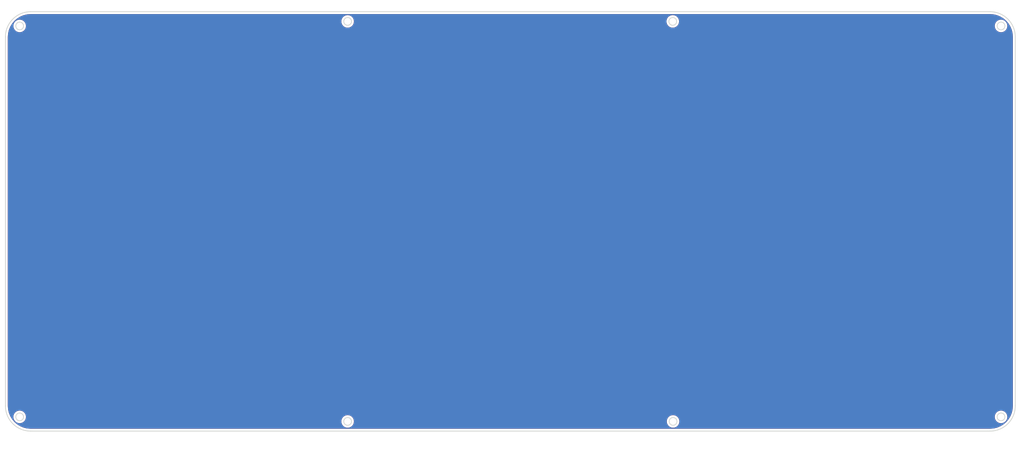
<source format=kicad_pcb>
(kicad_pcb (version 20171130) (host pcbnew 5.1.9+dfsg1-1)

  (general
    (thickness 1.6)
    (drawings 16)
    (tracks 0)
    (zones 0)
    (modules 0)
    (nets 1)
  )

  (page A4)
  (layers
    (0 F.Cu signal)
    (31 B.Cu signal)
    (32 B.Adhes user hide)
    (33 F.Adhes user hide)
    (34 B.Paste user hide)
    (35 F.Paste user hide)
    (36 B.SilkS user)
    (37 F.SilkS user)
    (38 B.Mask user)
    (39 F.Mask user)
    (40 Dwgs.User user hide)
    (41 Cmts.User user hide)
    (42 Eco1.User user hide)
    (43 Eco2.User user hide)
    (44 Edge.Cuts user)
    (45 Margin user hide)
    (46 B.CrtYd user hide)
    (47 F.CrtYd user hide)
    (48 B.Fab user hide)
    (49 F.Fab user hide)
  )

  (setup
    (last_trace_width 0.25)
    (trace_clearance 0.2)
    (zone_clearance 0.508)
    (zone_45_only no)
    (trace_min 0.2)
    (via_size 0.8)
    (via_drill 0.4)
    (via_min_size 0.4)
    (via_min_drill 0.3)
    (uvia_size 0.3)
    (uvia_drill 0.1)
    (uvias_allowed no)
    (uvia_min_size 0.2)
    (uvia_min_drill 0.1)
    (edge_width 0.05)
    (segment_width 0.2)
    (pcb_text_width 0.3)
    (pcb_text_size 1.5 1.5)
    (mod_edge_width 0.12)
    (mod_text_size 1 1)
    (mod_text_width 0.15)
    (pad_size 1.524 1.524)
    (pad_drill 0.762)
    (pad_to_mask_clearance 0)
    (aux_axis_origin 0 0)
    (visible_elements FFFFFF7F)
    (pcbplotparams
      (layerselection 0x010f0_ffffffff)
      (usegerberextensions false)
      (usegerberattributes true)
      (usegerberadvancedattributes true)
      (creategerberjobfile true)
      (excludeedgelayer true)
      (linewidth 0.100000)
      (plotframeref false)
      (viasonmask false)
      (mode 1)
      (useauxorigin false)
      (hpglpennumber 1)
      (hpglpenspeed 20)
      (hpglpendiameter 15.000000)
      (psnegative false)
      (psa4output false)
      (plotreference true)
      (plotvalue true)
      (plotinvisibletext false)
      (padsonsilk false)
      (subtractmaskfromsilk true)
      (outputformat 1)
      (mirror false)
      (drillshape 0)
      (scaleselection 1)
      (outputdirectory "/home/sylvain/Documents/GitHub/Okey65/Bottom Plate/gerber/"))
  )

  (net 0 "")

  (net_class Default "This is the default net class."
    (clearance 0.2)
    (trace_width 0.25)
    (via_dia 0.8)
    (via_drill 0.4)
    (uvia_dia 0.3)
    (uvia_drill 0.1)
  )

  (gr_circle (center 104.812 137.35) (end 105.812 137.35) (layer Edge.Cuts) (width 0.2))
  (gr_circle (center 20.158573 136.178427) (end 21.158573 136.178427) (layer Edge.Cuts) (width 0.2))
  (gr_circle (center 188.732558 34.099999) (end 189.732558 34.099999) (layer Edge.Cuts) (width 0.2))
  (gr_circle (center 273.465427 136.178427) (end 274.465427 136.178427) (layer Edge.Cuts) (width 0.2))
  (gr_circle (center 188.812 137.35) (end 189.812 137.35) (layer Edge.Cuts) (width 0.2))
  (gr_circle (center 104.812 34.099999) (end 105.812 34.099999) (layer Edge.Cuts) (width 0.2))
  (gr_circle (center 273.465427 35.271572) (end 274.465427 35.271572) (layer Edge.Cuts) (width 0.2))
  (gr_line (start 270.637 31.599999) (end 22.987 31.599999) (layer Edge.Cuts) (width 0.2))
  (gr_line (start 16.487001 38.099999) (end 16.487001 133.35) (layer Edge.Cuts) (width 0.2))
  (gr_arc (start 270.637 133.35) (end 270.637 139.85) (angle -90) (layer Edge.Cuts) (width 0.2))
  (gr_circle (center 20.158573 35.271572) (end 21.158573 35.271572) (layer Edge.Cuts) (width 0.2))
  (gr_arc (start 270.637 38.099999) (end 277.137 38.099999) (angle -90) (layer Edge.Cuts) (width 0.2))
  (gr_arc (start 22.987 38.099999) (end 22.987 31.599999) (angle -90) (layer Edge.Cuts) (width 0.2))
  (gr_line (start 22.987 139.85) (end 270.637 139.85) (layer Edge.Cuts) (width 0.2))
  (gr_line (start 277.137 133.35) (end 277.137 38.099999) (layer Edge.Cuts) (width 0.2))
  (gr_arc (start 22.987 133.35) (end 16.487001 133.35) (angle -90) (layer Edge.Cuts) (width 0.2))

  (zone (net 0) (net_name "") (layer F.Cu) (tstamp 61BF79ED) (hatch edge 0.508)
    (connect_pads (clearance 0.508))
    (min_thickness 0.254)
    (fill yes (arc_segments 32) (thermal_gap 0.508) (thermal_bridge_width 0.508))
    (polygon
      (pts
        (xy 277.8125 142.875) (xy 15.875 142.875) (xy 15.875 30.1625) (xy 277.8125 30.1625)
      )
    )
    (filled_polygon
      (pts
        (xy 271.538486 32.40822) (xy 272.417784 32.619321) (xy 273.253221 32.965371) (xy 274.024244 33.437854) (xy 274.711863 34.025136)
        (xy 275.299144 34.712754) (xy 275.771629 35.48378) (xy 276.117679 36.319219) (xy 276.328779 37.198513) (xy 276.402001 38.128887)
        (xy 276.402 133.321125) (xy 276.328779 134.251486) (xy 276.117679 135.13078) (xy 275.771629 135.966219) (xy 275.299144 136.737245)
        (xy 274.711863 137.424863) (xy 274.024244 138.012145) (xy 273.253221 138.484628) (xy 272.417784 138.830678) (xy 271.538486 139.041779)
        (xy 270.608124 139.115) (xy 23.015888 139.115) (xy 22.085514 139.041778) (xy 21.20622 138.830678) (xy 20.370776 138.484626)
        (xy 19.599754 138.012144) (xy 18.912138 137.424862) (xy 18.324855 136.737244) (xy 17.876998 136.006407) (xy 18.412024 136.006407)
        (xy 18.412024 136.350447) (xy 18.479143 136.687877) (xy 18.610801 137.005728) (xy 18.80194 137.291787) (xy 19.045213 137.53506)
        (xy 19.331272 137.726199) (xy 19.649123 137.857857) (xy 19.986553 137.924976) (xy 20.330593 137.924976) (xy 20.668023 137.857857)
        (xy 20.985874 137.726199) (xy 21.271933 137.53506) (xy 21.515206 137.291787) (xy 21.591249 137.17798) (xy 103.065451 137.17798)
        (xy 103.065451 137.52202) (xy 103.13257 137.85945) (xy 103.264228 138.177301) (xy 103.455367 138.46336) (xy 103.69864 138.706633)
        (xy 103.984699 138.897772) (xy 104.30255 139.02943) (xy 104.63998 139.096549) (xy 104.98402 139.096549) (xy 105.32145 139.02943)
        (xy 105.639301 138.897772) (xy 105.92536 138.706633) (xy 106.168633 138.46336) (xy 106.359772 138.177301) (xy 106.49143 137.85945)
        (xy 106.558549 137.52202) (xy 106.558549 137.17798) (xy 187.065451 137.17798) (xy 187.065451 137.52202) (xy 187.13257 137.85945)
        (xy 187.264228 138.177301) (xy 187.455367 138.46336) (xy 187.69864 138.706633) (xy 187.984699 138.897772) (xy 188.30255 139.02943)
        (xy 188.63998 139.096549) (xy 188.98402 139.096549) (xy 189.32145 139.02943) (xy 189.639301 138.897772) (xy 189.92536 138.706633)
        (xy 190.168633 138.46336) (xy 190.359772 138.177301) (xy 190.49143 137.85945) (xy 190.558549 137.52202) (xy 190.558549 137.17798)
        (xy 190.49143 136.84055) (xy 190.359772 136.522699) (xy 190.168633 136.23664) (xy 189.9384 136.006407) (xy 271.718878 136.006407)
        (xy 271.718878 136.350447) (xy 271.785997 136.687877) (xy 271.917655 137.005728) (xy 272.108794 137.291787) (xy 272.352067 137.53506)
        (xy 272.638126 137.726199) (xy 272.955977 137.857857) (xy 273.293407 137.924976) (xy 273.637447 137.924976) (xy 273.974877 137.857857)
        (xy 274.292728 137.726199) (xy 274.578787 137.53506) (xy 274.82206 137.291787) (xy 275.013199 137.005728) (xy 275.144857 136.687877)
        (xy 275.211976 136.350447) (xy 275.211976 136.006407) (xy 275.144857 135.668977) (xy 275.013199 135.351126) (xy 274.82206 135.065067)
        (xy 274.578787 134.821794) (xy 274.292728 134.630655) (xy 273.974877 134.498997) (xy 273.637447 134.431878) (xy 273.293407 134.431878)
        (xy 272.955977 134.498997) (xy 272.638126 134.630655) (xy 272.352067 134.821794) (xy 272.108794 135.065067) (xy 271.917655 135.351126)
        (xy 271.785997 135.668977) (xy 271.718878 136.006407) (xy 189.9384 136.006407) (xy 189.92536 135.993367) (xy 189.639301 135.802228)
        (xy 189.32145 135.67057) (xy 188.98402 135.603451) (xy 188.63998 135.603451) (xy 188.30255 135.67057) (xy 187.984699 135.802228)
        (xy 187.69864 135.993367) (xy 187.455367 136.23664) (xy 187.264228 136.522699) (xy 187.13257 136.84055) (xy 187.065451 137.17798)
        (xy 106.558549 137.17798) (xy 106.49143 136.84055) (xy 106.359772 136.522699) (xy 106.168633 136.23664) (xy 105.92536 135.993367)
        (xy 105.639301 135.802228) (xy 105.32145 135.67057) (xy 104.98402 135.603451) (xy 104.63998 135.603451) (xy 104.30255 135.67057)
        (xy 103.984699 135.802228) (xy 103.69864 135.993367) (xy 103.455367 136.23664) (xy 103.264228 136.522699) (xy 103.13257 136.84055)
        (xy 103.065451 137.17798) (xy 21.591249 137.17798) (xy 21.706345 137.005728) (xy 21.838003 136.687877) (xy 21.905122 136.350447)
        (xy 21.905122 136.006407) (xy 21.838003 135.668977) (xy 21.706345 135.351126) (xy 21.515206 135.065067) (xy 21.271933 134.821794)
        (xy 20.985874 134.630655) (xy 20.668023 134.498997) (xy 20.330593 134.431878) (xy 19.986553 134.431878) (xy 19.649123 134.498997)
        (xy 19.331272 134.630655) (xy 19.045213 134.821794) (xy 18.80194 135.065067) (xy 18.610801 135.351126) (xy 18.479143 135.668977)
        (xy 18.412024 136.006407) (xy 17.876998 136.006407) (xy 17.852374 135.966225) (xy 17.506322 135.130778) (xy 17.295222 134.251486)
        (xy 17.222001 133.321124) (xy 17.222001 38.128862) (xy 17.295221 37.198513) (xy 17.506322 36.319215) (xy 17.852372 35.483778)
        (xy 18.087825 35.099552) (xy 18.412024 35.099552) (xy 18.412024 35.443592) (xy 18.479143 35.781022) (xy 18.610801 36.098873)
        (xy 18.80194 36.384932) (xy 19.045213 36.628205) (xy 19.331272 36.819344) (xy 19.649123 36.951002) (xy 19.986553 37.018121)
        (xy 20.330593 37.018121) (xy 20.668023 36.951002) (xy 20.985874 36.819344) (xy 21.271933 36.628205) (xy 21.515206 36.384932)
        (xy 21.706345 36.098873) (xy 21.838003 35.781022) (xy 21.905122 35.443592) (xy 21.905122 35.099552) (xy 21.838003 34.762122)
        (xy 21.706345 34.444271) (xy 21.515206 34.158212) (xy 21.284973 33.927979) (xy 103.065451 33.927979) (xy 103.065451 34.272019)
        (xy 103.13257 34.609449) (xy 103.264228 34.9273) (xy 103.455367 35.213359) (xy 103.69864 35.456632) (xy 103.984699 35.647771)
        (xy 104.30255 35.779429) (xy 104.63998 35.846548) (xy 104.98402 35.846548) (xy 105.32145 35.779429) (xy 105.639301 35.647771)
        (xy 105.92536 35.456632) (xy 106.168633 35.213359) (xy 106.359772 34.9273) (xy 106.49143 34.609449) (xy 106.558549 34.272019)
        (xy 106.558549 33.927979) (xy 186.986009 33.927979) (xy 186.986009 34.272019) (xy 187.053128 34.609449) (xy 187.184786 34.9273)
        (xy 187.375925 35.213359) (xy 187.619198 35.456632) (xy 187.905257 35.647771) (xy 188.223108 35.779429) (xy 188.560538 35.846548)
        (xy 188.904578 35.846548) (xy 189.242008 35.779429) (xy 189.559859 35.647771) (xy 189.845918 35.456632) (xy 190.089191 35.213359)
        (xy 190.165234 35.099552) (xy 271.718878 35.099552) (xy 271.718878 35.443592) (xy 271.785997 35.781022) (xy 271.917655 36.098873)
        (xy 272.108794 36.384932) (xy 272.352067 36.628205) (xy 272.638126 36.819344) (xy 272.955977 36.951002) (xy 273.293407 37.018121)
        (xy 273.637447 37.018121) (xy 273.974877 36.951002) (xy 274.292728 36.819344) (xy 274.578787 36.628205) (xy 274.82206 36.384932)
        (xy 275.013199 36.098873) (xy 275.144857 35.781022) (xy 275.211976 35.443592) (xy 275.211976 35.099552) (xy 275.144857 34.762122)
        (xy 275.013199 34.444271) (xy 274.82206 34.158212) (xy 274.578787 33.914939) (xy 274.292728 33.7238) (xy 273.974877 33.592142)
        (xy 273.637447 33.525023) (xy 273.293407 33.525023) (xy 272.955977 33.592142) (xy 272.638126 33.7238) (xy 272.352067 33.914939)
        (xy 272.108794 34.158212) (xy 271.917655 34.444271) (xy 271.785997 34.762122) (xy 271.718878 35.099552) (xy 190.165234 35.099552)
        (xy 190.28033 34.9273) (xy 190.411988 34.609449) (xy 190.479107 34.272019) (xy 190.479107 33.927979) (xy 190.411988 33.590549)
        (xy 190.28033 33.272698) (xy 190.089191 32.986639) (xy 189.845918 32.743366) (xy 189.559859 32.552227) (xy 189.242008 32.420569)
        (xy 188.904578 32.35345) (xy 188.560538 32.35345) (xy 188.223108 32.420569) (xy 187.905257 32.552227) (xy 187.619198 32.743366)
        (xy 187.375925 32.986639) (xy 187.184786 33.272698) (xy 187.053128 33.590549) (xy 186.986009 33.927979) (xy 106.558549 33.927979)
        (xy 106.49143 33.590549) (xy 106.359772 33.272698) (xy 106.168633 32.986639) (xy 105.92536 32.743366) (xy 105.639301 32.552227)
        (xy 105.32145 32.420569) (xy 104.98402 32.35345) (xy 104.63998 32.35345) (xy 104.30255 32.420569) (xy 103.984699 32.552227)
        (xy 103.69864 32.743366) (xy 103.455367 32.986639) (xy 103.264228 33.272698) (xy 103.13257 33.590549) (xy 103.065451 33.927979)
        (xy 21.284973 33.927979) (xy 21.271933 33.914939) (xy 20.985874 33.7238) (xy 20.668023 33.592142) (xy 20.330593 33.525023)
        (xy 19.986553 33.525023) (xy 19.649123 33.592142) (xy 19.331272 33.7238) (xy 19.045213 33.914939) (xy 18.80194 34.158212)
        (xy 18.610801 34.444271) (xy 18.479143 34.762122) (xy 18.412024 35.099552) (xy 18.087825 35.099552) (xy 18.324855 34.712755)
        (xy 18.912137 34.025136) (xy 19.599755 33.437855) (xy 20.370781 32.96537) (xy 21.20622 32.61932) (xy 22.085514 32.40822)
        (xy 23.015875 32.334999) (xy 270.608124 32.334999)
      )
    )
  )
  (zone (net 0) (net_name "") (layer B.Cu) (tstamp 61BF79EA) (hatch edge 0.508)
    (connect_pads (clearance 0.508))
    (min_thickness 0.254)
    (fill yes (arc_segments 32) (thermal_gap 0.508) (thermal_bridge_width 0.508))
    (polygon
      (pts
        (xy 278.60625 144.4625) (xy 15.08125 143.66875) (xy 15.08125 29.36875) (xy 279.4 28.575)
      )
    )
    (filled_polygon
      (pts
        (xy 271.538486 32.40822) (xy 272.417784 32.619321) (xy 273.253221 32.965371) (xy 274.024244 33.437854) (xy 274.711863 34.025136)
        (xy 275.299144 34.712754) (xy 275.771629 35.48378) (xy 276.117679 36.319219) (xy 276.328779 37.198513) (xy 276.402001 38.128887)
        (xy 276.402 133.321125) (xy 276.328779 134.251486) (xy 276.117679 135.13078) (xy 275.771629 135.966219) (xy 275.299144 136.737245)
        (xy 274.711863 137.424863) (xy 274.024244 138.012145) (xy 273.253221 138.484628) (xy 272.417784 138.830678) (xy 271.538486 139.041779)
        (xy 270.608124 139.115) (xy 23.015888 139.115) (xy 22.085514 139.041778) (xy 21.20622 138.830678) (xy 20.370776 138.484626)
        (xy 19.599754 138.012144) (xy 18.912138 137.424862) (xy 18.324855 136.737244) (xy 17.876998 136.006407) (xy 18.412024 136.006407)
        (xy 18.412024 136.350447) (xy 18.479143 136.687877) (xy 18.610801 137.005728) (xy 18.80194 137.291787) (xy 19.045213 137.53506)
        (xy 19.331272 137.726199) (xy 19.649123 137.857857) (xy 19.986553 137.924976) (xy 20.330593 137.924976) (xy 20.668023 137.857857)
        (xy 20.985874 137.726199) (xy 21.271933 137.53506) (xy 21.515206 137.291787) (xy 21.591249 137.17798) (xy 103.065451 137.17798)
        (xy 103.065451 137.52202) (xy 103.13257 137.85945) (xy 103.264228 138.177301) (xy 103.455367 138.46336) (xy 103.69864 138.706633)
        (xy 103.984699 138.897772) (xy 104.30255 139.02943) (xy 104.63998 139.096549) (xy 104.98402 139.096549) (xy 105.32145 139.02943)
        (xy 105.639301 138.897772) (xy 105.92536 138.706633) (xy 106.168633 138.46336) (xy 106.359772 138.177301) (xy 106.49143 137.85945)
        (xy 106.558549 137.52202) (xy 106.558549 137.17798) (xy 187.065451 137.17798) (xy 187.065451 137.52202) (xy 187.13257 137.85945)
        (xy 187.264228 138.177301) (xy 187.455367 138.46336) (xy 187.69864 138.706633) (xy 187.984699 138.897772) (xy 188.30255 139.02943)
        (xy 188.63998 139.096549) (xy 188.98402 139.096549) (xy 189.32145 139.02943) (xy 189.639301 138.897772) (xy 189.92536 138.706633)
        (xy 190.168633 138.46336) (xy 190.359772 138.177301) (xy 190.49143 137.85945) (xy 190.558549 137.52202) (xy 190.558549 137.17798)
        (xy 190.49143 136.84055) (xy 190.359772 136.522699) (xy 190.168633 136.23664) (xy 189.9384 136.006407) (xy 271.718878 136.006407)
        (xy 271.718878 136.350447) (xy 271.785997 136.687877) (xy 271.917655 137.005728) (xy 272.108794 137.291787) (xy 272.352067 137.53506)
        (xy 272.638126 137.726199) (xy 272.955977 137.857857) (xy 273.293407 137.924976) (xy 273.637447 137.924976) (xy 273.974877 137.857857)
        (xy 274.292728 137.726199) (xy 274.578787 137.53506) (xy 274.82206 137.291787) (xy 275.013199 137.005728) (xy 275.144857 136.687877)
        (xy 275.211976 136.350447) (xy 275.211976 136.006407) (xy 275.144857 135.668977) (xy 275.013199 135.351126) (xy 274.82206 135.065067)
        (xy 274.578787 134.821794) (xy 274.292728 134.630655) (xy 273.974877 134.498997) (xy 273.637447 134.431878) (xy 273.293407 134.431878)
        (xy 272.955977 134.498997) (xy 272.638126 134.630655) (xy 272.352067 134.821794) (xy 272.108794 135.065067) (xy 271.917655 135.351126)
        (xy 271.785997 135.668977) (xy 271.718878 136.006407) (xy 189.9384 136.006407) (xy 189.92536 135.993367) (xy 189.639301 135.802228)
        (xy 189.32145 135.67057) (xy 188.98402 135.603451) (xy 188.63998 135.603451) (xy 188.30255 135.67057) (xy 187.984699 135.802228)
        (xy 187.69864 135.993367) (xy 187.455367 136.23664) (xy 187.264228 136.522699) (xy 187.13257 136.84055) (xy 187.065451 137.17798)
        (xy 106.558549 137.17798) (xy 106.49143 136.84055) (xy 106.359772 136.522699) (xy 106.168633 136.23664) (xy 105.92536 135.993367)
        (xy 105.639301 135.802228) (xy 105.32145 135.67057) (xy 104.98402 135.603451) (xy 104.63998 135.603451) (xy 104.30255 135.67057)
        (xy 103.984699 135.802228) (xy 103.69864 135.993367) (xy 103.455367 136.23664) (xy 103.264228 136.522699) (xy 103.13257 136.84055)
        (xy 103.065451 137.17798) (xy 21.591249 137.17798) (xy 21.706345 137.005728) (xy 21.838003 136.687877) (xy 21.905122 136.350447)
        (xy 21.905122 136.006407) (xy 21.838003 135.668977) (xy 21.706345 135.351126) (xy 21.515206 135.065067) (xy 21.271933 134.821794)
        (xy 20.985874 134.630655) (xy 20.668023 134.498997) (xy 20.330593 134.431878) (xy 19.986553 134.431878) (xy 19.649123 134.498997)
        (xy 19.331272 134.630655) (xy 19.045213 134.821794) (xy 18.80194 135.065067) (xy 18.610801 135.351126) (xy 18.479143 135.668977)
        (xy 18.412024 136.006407) (xy 17.876998 136.006407) (xy 17.852374 135.966225) (xy 17.506322 135.130778) (xy 17.295222 134.251486)
        (xy 17.222001 133.321124) (xy 17.222001 38.128862) (xy 17.295221 37.198513) (xy 17.506322 36.319215) (xy 17.852372 35.483778)
        (xy 18.087825 35.099552) (xy 18.412024 35.099552) (xy 18.412024 35.443592) (xy 18.479143 35.781022) (xy 18.610801 36.098873)
        (xy 18.80194 36.384932) (xy 19.045213 36.628205) (xy 19.331272 36.819344) (xy 19.649123 36.951002) (xy 19.986553 37.018121)
        (xy 20.330593 37.018121) (xy 20.668023 36.951002) (xy 20.985874 36.819344) (xy 21.271933 36.628205) (xy 21.515206 36.384932)
        (xy 21.706345 36.098873) (xy 21.838003 35.781022) (xy 21.905122 35.443592) (xy 21.905122 35.099552) (xy 21.838003 34.762122)
        (xy 21.706345 34.444271) (xy 21.515206 34.158212) (xy 21.284973 33.927979) (xy 103.065451 33.927979) (xy 103.065451 34.272019)
        (xy 103.13257 34.609449) (xy 103.264228 34.9273) (xy 103.455367 35.213359) (xy 103.69864 35.456632) (xy 103.984699 35.647771)
        (xy 104.30255 35.779429) (xy 104.63998 35.846548) (xy 104.98402 35.846548) (xy 105.32145 35.779429) (xy 105.639301 35.647771)
        (xy 105.92536 35.456632) (xy 106.168633 35.213359) (xy 106.359772 34.9273) (xy 106.49143 34.609449) (xy 106.558549 34.272019)
        (xy 106.558549 33.927979) (xy 186.986009 33.927979) (xy 186.986009 34.272019) (xy 187.053128 34.609449) (xy 187.184786 34.9273)
        (xy 187.375925 35.213359) (xy 187.619198 35.456632) (xy 187.905257 35.647771) (xy 188.223108 35.779429) (xy 188.560538 35.846548)
        (xy 188.904578 35.846548) (xy 189.242008 35.779429) (xy 189.559859 35.647771) (xy 189.845918 35.456632) (xy 190.089191 35.213359)
        (xy 190.165234 35.099552) (xy 271.718878 35.099552) (xy 271.718878 35.443592) (xy 271.785997 35.781022) (xy 271.917655 36.098873)
        (xy 272.108794 36.384932) (xy 272.352067 36.628205) (xy 272.638126 36.819344) (xy 272.955977 36.951002) (xy 273.293407 37.018121)
        (xy 273.637447 37.018121) (xy 273.974877 36.951002) (xy 274.292728 36.819344) (xy 274.578787 36.628205) (xy 274.82206 36.384932)
        (xy 275.013199 36.098873) (xy 275.144857 35.781022) (xy 275.211976 35.443592) (xy 275.211976 35.099552) (xy 275.144857 34.762122)
        (xy 275.013199 34.444271) (xy 274.82206 34.158212) (xy 274.578787 33.914939) (xy 274.292728 33.7238) (xy 273.974877 33.592142)
        (xy 273.637447 33.525023) (xy 273.293407 33.525023) (xy 272.955977 33.592142) (xy 272.638126 33.7238) (xy 272.352067 33.914939)
        (xy 272.108794 34.158212) (xy 271.917655 34.444271) (xy 271.785997 34.762122) (xy 271.718878 35.099552) (xy 190.165234 35.099552)
        (xy 190.28033 34.9273) (xy 190.411988 34.609449) (xy 190.479107 34.272019) (xy 190.479107 33.927979) (xy 190.411988 33.590549)
        (xy 190.28033 33.272698) (xy 190.089191 32.986639) (xy 189.845918 32.743366) (xy 189.559859 32.552227) (xy 189.242008 32.420569)
        (xy 188.904578 32.35345) (xy 188.560538 32.35345) (xy 188.223108 32.420569) (xy 187.905257 32.552227) (xy 187.619198 32.743366)
        (xy 187.375925 32.986639) (xy 187.184786 33.272698) (xy 187.053128 33.590549) (xy 186.986009 33.927979) (xy 106.558549 33.927979)
        (xy 106.49143 33.590549) (xy 106.359772 33.272698) (xy 106.168633 32.986639) (xy 105.92536 32.743366) (xy 105.639301 32.552227)
        (xy 105.32145 32.420569) (xy 104.98402 32.35345) (xy 104.63998 32.35345) (xy 104.30255 32.420569) (xy 103.984699 32.552227)
        (xy 103.69864 32.743366) (xy 103.455367 32.986639) (xy 103.264228 33.272698) (xy 103.13257 33.590549) (xy 103.065451 33.927979)
        (xy 21.284973 33.927979) (xy 21.271933 33.914939) (xy 20.985874 33.7238) (xy 20.668023 33.592142) (xy 20.330593 33.525023)
        (xy 19.986553 33.525023) (xy 19.649123 33.592142) (xy 19.331272 33.7238) (xy 19.045213 33.914939) (xy 18.80194 34.158212)
        (xy 18.610801 34.444271) (xy 18.479143 34.762122) (xy 18.412024 35.099552) (xy 18.087825 35.099552) (xy 18.324855 34.712755)
        (xy 18.912137 34.025136) (xy 19.599755 33.437855) (xy 20.370781 32.96537) (xy 21.20622 32.61932) (xy 22.085514 32.40822)
        (xy 23.015875 32.334999) (xy 270.608124 32.334999)
      )
    )
  )
)

</source>
